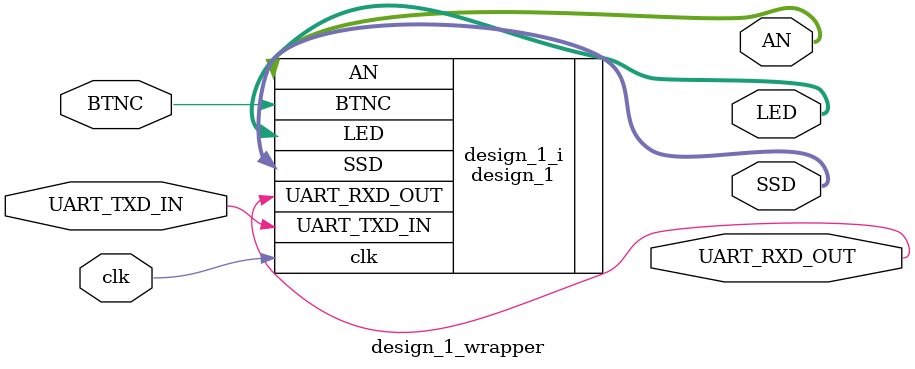
<source format=v>
`timescale 1 ps / 1 ps

module design_1_wrapper
   (AN,
    BTNC,
    LED,
    SSD,
    UART_RXD_OUT,
    UART_TXD_IN,
    clk);
  output [7:0]AN;
  input BTNC;
  output [2:0]LED;
  output [6:0]SSD;
  output UART_RXD_OUT;
  input UART_TXD_IN;
  input clk;

  wire [7:0]AN;
  wire BTNC;
  wire [2:0]LED;
  wire [6:0]SSD;
  wire UART_RXD_OUT;
  wire UART_TXD_IN;
  wire clk;

  design_1 design_1_i
       (.AN(AN),
        .BTNC(BTNC),
        .LED(LED),
        .SSD(SSD),
        .UART_RXD_OUT(UART_RXD_OUT),
        .UART_TXD_IN(UART_TXD_IN),
        .clk(clk));
endmodule

</source>
